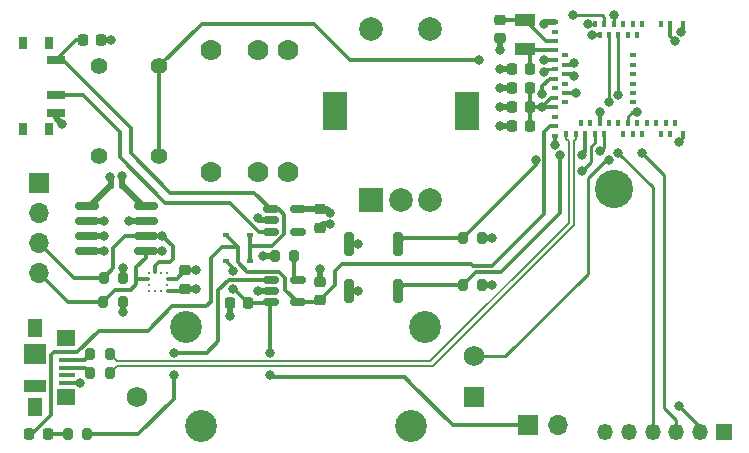
<source format=gbr>
%TF.GenerationSoftware,KiCad,Pcbnew,(6.0.6-0)*%
%TF.CreationDate,2023-05-14T21:26:16-05:00*%
%TF.ProjectId,MHC_MAIN_REV_2,4d48435f-4d41-4494-9e5f-5245565f322e,rev?*%
%TF.SameCoordinates,Original*%
%TF.FileFunction,Copper,L1,Top*%
%TF.FilePolarity,Positive*%
%FSLAX46Y46*%
G04 Gerber Fmt 4.6, Leading zero omitted, Abs format (unit mm)*
G04 Created by KiCad (PCBNEW (6.0.6-0)) date 2023-05-14 21:26:16*
%MOMM*%
%LPD*%
G01*
G04 APERTURE LIST*
G04 Aperture macros list*
%AMRoundRect*
0 Rectangle with rounded corners*
0 $1 Rounding radius*
0 $2 $3 $4 $5 $6 $7 $8 $9 X,Y pos of 4 corners*
0 Add a 4 corners polygon primitive as box body*
4,1,4,$2,$3,$4,$5,$6,$7,$8,$9,$2,$3,0*
0 Add four circle primitives for the rounded corners*
1,1,$1+$1,$2,$3*
1,1,$1+$1,$4,$5*
1,1,$1+$1,$6,$7*
1,1,$1+$1,$8,$9*
0 Add four rect primitives between the rounded corners*
20,1,$1+$1,$2,$3,$4,$5,0*
20,1,$1+$1,$4,$5,$6,$7,0*
20,1,$1+$1,$6,$7,$8,$9,0*
20,1,$1+$1,$8,$9,$2,$3,0*%
G04 Aperture macros list end*
%TA.AperFunction,SMDPad,CuDef*%
%ADD10R,0.275000X0.250000*%
%TD*%
%TA.AperFunction,SMDPad,CuDef*%
%ADD11R,0.250000X0.275000*%
%TD*%
%TA.AperFunction,SMDPad,CuDef*%
%ADD12RoundRect,0.225000X-0.225000X-0.250000X0.225000X-0.250000X0.225000X0.250000X-0.225000X0.250000X0*%
%TD*%
%TA.AperFunction,ComponentPad*%
%ADD13C,1.778000*%
%TD*%
%TA.AperFunction,ComponentPad*%
%ADD14C,3.240000*%
%TD*%
%TA.AperFunction,ComponentPad*%
%ADD15R,1.350000X1.350000*%
%TD*%
%TA.AperFunction,ComponentPad*%
%ADD16O,1.350000X1.350000*%
%TD*%
%TA.AperFunction,SMDPad,CuDef*%
%ADD17R,0.800000X1.000000*%
%TD*%
%TA.AperFunction,SMDPad,CuDef*%
%ADD18R,1.500000X0.700000*%
%TD*%
%TA.AperFunction,ComponentPad*%
%ADD19R,2.000000X2.000000*%
%TD*%
%TA.AperFunction,ComponentPad*%
%ADD20C,2.000000*%
%TD*%
%TA.AperFunction,ComponentPad*%
%ADD21R,2.000000X3.200000*%
%TD*%
%TA.AperFunction,SMDPad,CuDef*%
%ADD22R,0.600000X0.450000*%
%TD*%
%TA.AperFunction,SMDPad,CuDef*%
%ADD23RoundRect,0.150000X-0.825000X-0.150000X0.825000X-0.150000X0.825000X0.150000X-0.825000X0.150000X0*%
%TD*%
%TA.AperFunction,ComponentPad*%
%ADD24C,1.397000*%
%TD*%
%TA.AperFunction,ComponentPad*%
%ADD25R,1.700000X1.700000*%
%TD*%
%TA.AperFunction,ComponentPad*%
%ADD26O,1.700000X1.700000*%
%TD*%
%TA.AperFunction,SMDPad,CuDef*%
%ADD27R,1.800000X1.000000*%
%TD*%
%TA.AperFunction,SMDPad,CuDef*%
%ADD28RoundRect,0.225000X0.225000X0.250000X-0.225000X0.250000X-0.225000X-0.250000X0.225000X-0.250000X0*%
%TD*%
%TA.AperFunction,SMDPad,CuDef*%
%ADD29RoundRect,0.225000X0.250000X-0.225000X0.250000X0.225000X-0.250000X0.225000X-0.250000X-0.225000X0*%
%TD*%
%TA.AperFunction,SMDPad,CuDef*%
%ADD30R,1.300000X1.650000*%
%TD*%
%TA.AperFunction,SMDPad,CuDef*%
%ADD31R,1.900000X1.000000*%
%TD*%
%TA.AperFunction,SMDPad,CuDef*%
%ADD32R,1.550000X1.425000*%
%TD*%
%TA.AperFunction,SMDPad,CuDef*%
%ADD33R,1.900000X1.800000*%
%TD*%
%TA.AperFunction,SMDPad,CuDef*%
%ADD34R,1.380000X0.450000*%
%TD*%
%TA.AperFunction,SMDPad,CuDef*%
%ADD35RoundRect,0.200000X0.200000X0.275000X-0.200000X0.275000X-0.200000X-0.275000X0.200000X-0.275000X0*%
%TD*%
%TA.AperFunction,SMDPad,CuDef*%
%ADD36RoundRect,0.150000X-0.512500X-0.150000X0.512500X-0.150000X0.512500X0.150000X-0.512500X0.150000X0*%
%TD*%
%TA.AperFunction,SMDPad,CuDef*%
%ADD37RoundRect,0.200000X-0.200000X-0.800000X0.200000X-0.800000X0.200000X0.800000X-0.200000X0.800000X0*%
%TD*%
%TA.AperFunction,ComponentPad*%
%ADD38R,1.750000X1.750000*%
%TD*%
%TA.AperFunction,ComponentPad*%
%ADD39C,1.750000*%
%TD*%
%TA.AperFunction,ComponentPad*%
%ADD40C,2.700000*%
%TD*%
%TA.AperFunction,SMDPad,CuDef*%
%ADD41RoundRect,0.225000X-0.250000X0.225000X-0.250000X-0.225000X0.250000X-0.225000X0.250000X0.225000X0*%
%TD*%
%TA.AperFunction,SMDPad,CuDef*%
%ADD42RoundRect,0.140000X0.140000X0.170000X-0.140000X0.170000X-0.140000X-0.170000X0.140000X-0.170000X0*%
%TD*%
%TA.AperFunction,SMDPad,CuDef*%
%ADD43R,0.400000X0.600000*%
%TD*%
%TA.AperFunction,SMDPad,CuDef*%
%ADD44R,0.600000X0.400000*%
%TD*%
%TA.AperFunction,SMDPad,CuDef*%
%ADD45RoundRect,0.218750X0.218750X0.256250X-0.218750X0.256250X-0.218750X-0.256250X0.218750X-0.256250X0*%
%TD*%
%TA.AperFunction,SMDPad,CuDef*%
%ADD46RoundRect,0.200000X-0.200000X-0.275000X0.200000X-0.275000X0.200000X0.275000X-0.200000X0.275000X0*%
%TD*%
%TA.AperFunction,ViaPad*%
%ADD47C,0.800000*%
%TD*%
%TA.AperFunction,Conductor*%
%ADD48C,0.500000*%
%TD*%
%TA.AperFunction,Conductor*%
%ADD49C,0.300000*%
%TD*%
%TA.AperFunction,Conductor*%
%ADD50C,0.250000*%
%TD*%
%TA.AperFunction,Conductor*%
%ADD51C,0.200000*%
%TD*%
G04 APERTURE END LIST*
D10*
%TO.P,U6,1,NC*%
%TO.N,unconnected-(U6-Pad1)*%
X29141700Y-43539600D03*
%TO.P,U6,2,SDA*%
%TO.N,SDA*%
X29141700Y-44039600D03*
%TO.P,U6,3,NC*%
%TO.N,unconnected-(U6-Pad3)*%
X29141700Y-44539600D03*
%TO.P,U6,4,NC*%
%TO.N,unconnected-(U6-Pad4)*%
X29141700Y-45039600D03*
D11*
%TO.P,U6,5,INT*%
%TO.N,unconnected-(U6-Pad5)*%
X29654200Y-45052100D03*
%TO.P,U6,6,NC*%
%TO.N,unconnected-(U6-Pad6)*%
X30154200Y-45052100D03*
D10*
%TO.P,U6,7,VDD*%
%TO.N,+3.3V*%
X30666700Y-45039600D03*
%TO.P,U6,8,NC*%
%TO.N,unconnected-(U6-Pad8)*%
X30666700Y-44539600D03*
%TO.P,U6,9,GND*%
%TO.N,GND*%
X30666700Y-44039600D03*
%TO.P,U6,10,NC*%
%TO.N,unconnected-(U6-Pad10)*%
X30666700Y-43539600D03*
D11*
%TO.P,U6,11,NC*%
%TO.N,unconnected-(U6-Pad11)*%
X30154200Y-43527100D03*
%TO.P,U6,12,SCL*%
%TO.N,SCL*%
X29654200Y-43527100D03*
%TD*%
D12*
%TO.P,C9,1*%
%TO.N,Net-(C9-Pad1)*%
X23537800Y-23833200D03*
%TO.P,C9,2*%
%TO.N,GND*%
X25087800Y-23833200D03*
%TD*%
D13*
%TO.P,S1,1*%
%TO.N,P0.05{slash}AIN3*%
X34420000Y-35007500D03*
%TO.P,S1,2*%
%TO.N,P0.06*%
X38405000Y-35007500D03*
%TO.P,S1,3*%
%TO.N,P0.07*%
X40920000Y-35007500D03*
%TO.P,S1,4*%
%TO.N,GND*%
X40920000Y-24707500D03*
%TO.P,S1,5*%
%TO.N,P0.28{slash}AIN4*%
X38405000Y-24707500D03*
%TO.P,S1,6*%
%TO.N,P0.30{slash}AIN6*%
X34420000Y-24707500D03*
%TD*%
D14*
%TO.P,U4,*%
%TO.N,*%
X68540000Y-36450000D03*
D15*
%TO.P,U4,1,AD1*%
%TO.N,P0.29{slash}AIN5*%
X77790000Y-57050000D03*
D16*
%TO.P,U4,2,GND*%
%TO.N,GND*%
X75790000Y-57050000D03*
%TO.P,U4,3,SW*%
%TO.N,P0.23*%
X73790000Y-57050000D03*
%TO.P,U4,4,AD2*%
%TO.N,P0.03{slash}AIN1*%
X71790000Y-57050000D03*
%TO.P,U4,5,GND*%
%TO.N,GND*%
X69790000Y-57050000D03*
%TO.P,U4,6,VDD*%
%TO.N,+3.3V*%
X67790000Y-57050000D03*
%TD*%
D17*
%TO.P,SW4,*%
%TO.N,*%
X18440000Y-31390000D03*
X18440000Y-24090000D03*
X20650000Y-24090000D03*
X20650000Y-31390000D03*
D18*
%TO.P,SW4,1,A*%
%TO.N,Net-(C9-Pad1)*%
X21300000Y-25490000D03*
%TO.P,SW4,2,B*%
%TO.N,Net-(SW4-Pad2)*%
X21300000Y-28490000D03*
%TO.P,SW4,3,C*%
%TO.N,GND*%
X21300000Y-29990000D03*
%TD*%
D19*
%TO.P,SW3,A,A*%
%TO.N,P0.15*%
X47965000Y-37360000D03*
D20*
%TO.P,SW3,B,B*%
%TO.N,P0.17*%
X52965000Y-37360000D03*
%TO.P,SW3,C,C*%
%TO.N,GND*%
X50465000Y-37360000D03*
D21*
%TO.P,SW3,MP*%
%TO.N,N/C*%
X44865000Y-29860000D03*
X56065000Y-29860000D03*
D20*
%TO.P,SW3,S1,S1*%
%TO.N,P0.31{slash}AIN7*%
X52965000Y-22860000D03*
%TO.P,SW3,S2,S2*%
%TO.N,GND*%
X47965000Y-22860000D03*
%TD*%
D22*
%TO.P,D3,1,K*%
%TO.N,Net-(C9-Pad1)*%
X37730000Y-40360000D03*
%TO.P,D3,2,A*%
%TO.N,VBUS*%
X35630000Y-40360000D03*
%TD*%
D23*
%TO.P,U3,1,A0*%
%TO.N,GND*%
X23915600Y-37871400D03*
%TO.P,U3,2,A1*%
X23915600Y-39141400D03*
%TO.P,U3,3,A2*%
X23915600Y-40411400D03*
%TO.P,U3,4,GND*%
X23915600Y-41681400D03*
%TO.P,U3,5,SDA*%
%TO.N,SDA*%
X28865600Y-41681400D03*
%TO.P,U3,6,SCL*%
%TO.N,SCL*%
X28865600Y-40411400D03*
%TO.P,U3,7,WP*%
%TO.N,GND*%
X28865600Y-39141400D03*
%TO.P,U3,8,VCC*%
%TO.N,+3.3V*%
X28865600Y-37871400D03*
%TD*%
D24*
%TO.P,SW5,1,1*%
%TO.N,GND*%
X24930000Y-33657500D03*
X24930000Y-26037500D03*
%TO.P,SW5,2,2*%
%TO.N,P0.04{slash}AIN2*%
X30010000Y-33657500D03*
X30010000Y-26037500D03*
%TD*%
D25*
%TO.P,J2,1,Pin_1*%
%TO.N,+BATT*%
X61230000Y-56390000D03*
D26*
%TO.P,J2,2,Pin_2*%
%TO.N,GND*%
X63770000Y-56390000D03*
%TD*%
D27*
%TO.P,Y1,1,1*%
%TO.N,Net-(C5-Pad2)*%
X60990000Y-22110000D03*
%TO.P,Y1,2,2*%
%TO.N,Net-(C6-Pad1)*%
X60990000Y-24610000D03*
%TD*%
D28*
%TO.P,C7,1*%
%TO.N,+BATT*%
X37555000Y-46065000D03*
%TO.P,C7,2*%
%TO.N,GND*%
X36005000Y-46065000D03*
%TD*%
D29*
%TO.P,C11,1*%
%TO.N,+3.3V*%
X32203200Y-44869400D03*
%TO.P,C11,2*%
%TO.N,GND*%
X32203200Y-43319400D03*
%TD*%
D30*
%TO.P,J1,*%
%TO.N,*%
X19530000Y-48185000D03*
X19530000Y-54935000D03*
D31*
X19530000Y-53110000D03*
D32*
X22105000Y-54047500D03*
D33*
X19530000Y-50410000D03*
D32*
X22105000Y-49072500D03*
D34*
%TO.P,J1,1,VBUS*%
%TO.N,VBUS*%
X22190000Y-50260000D03*
%TO.P,J1,2,D-*%
%TO.N,Net-(J1-Pad2)*%
X22190000Y-50910000D03*
%TO.P,J1,3,D+*%
%TO.N,Net-(J1-Pad3)*%
X22190000Y-51560000D03*
%TO.P,J1,4,ID*%
%TO.N,unconnected-(J1-Pad4)*%
X22190000Y-52210000D03*
%TO.P,J1,5,GND*%
%TO.N,GND*%
X22190000Y-52860000D03*
%TD*%
D35*
%TO.P,R7,1*%
%TO.N,+3.3V*%
X26939000Y-45987400D03*
%TO.P,R7,2*%
%TO.N,SDA*%
X25289000Y-45987400D03*
%TD*%
D22*
%TO.P,D2,1,K*%
%TO.N,Net-(C9-Pad1)*%
X37730000Y-42510000D03*
%TO.P,D2,2,A*%
%TO.N,+BATT*%
X35630000Y-42510000D03*
%TD*%
D28*
%TO.P,C6,1*%
%TO.N,Net-(C6-Pad1)*%
X61435000Y-26260000D03*
%TO.P,C6,2*%
%TO.N,GND*%
X59885000Y-26260000D03*
%TD*%
D36*
%TO.P,U2,1,STAT*%
%TO.N,Net-(R3-Pad2)*%
X39447500Y-44120000D03*
%TO.P,U2,2,VSS*%
%TO.N,GND*%
X39447500Y-45070000D03*
%TO.P,U2,3,VBAT*%
%TO.N,+BATT*%
X39447500Y-46020000D03*
%TO.P,U2,4,VDD*%
%TO.N,VBUS*%
X41722500Y-46020000D03*
%TO.P,U2,5,PROG*%
%TO.N,Net-(R4-Pad1)*%
X41722500Y-44120000D03*
%TD*%
D37*
%TO.P,SW2,1,1*%
%TO.N,GND*%
X46040000Y-45080000D03*
%TO.P,SW2,2,2*%
%TO.N,P0.13*%
X50240000Y-45080000D03*
%TD*%
D38*
%TO.P,RV1,1,1*%
%TO.N,+3.3V*%
X56660000Y-54077500D03*
D39*
%TO.P,RV1,2,2*%
%TO.N,P0.02{slash}AIN0*%
X56660000Y-50577500D03*
%TO.P,RV1,3,3*%
%TO.N,GND*%
X28160000Y-54077500D03*
D40*
%TO.P,RV1,MP*%
%TO.N,N/C*%
X52510000Y-48127500D03*
X32310000Y-48127500D03*
X51310000Y-56527500D03*
X33510000Y-56527500D03*
%TD*%
D41*
%TO.P,C10,1*%
%TO.N,+3.3V*%
X43610000Y-38150000D03*
%TO.P,C10,2*%
%TO.N,GND*%
X43610000Y-39700000D03*
%TD*%
D35*
%TO.P,R6,1*%
%TO.N,+3.3V*%
X57361400Y-44594400D03*
%TO.P,R6,2*%
%TO.N,P0.13*%
X55711400Y-44594400D03*
%TD*%
D42*
%TO.P,C8,1*%
%TO.N,+3.3V*%
X26860000Y-36110000D03*
%TO.P,C8,2*%
%TO.N,GND*%
X25900000Y-36110000D03*
%TD*%
D35*
%TO.P,R2,1*%
%TO.N,D-*%
X25840000Y-50410000D03*
%TO.P,R2,2*%
%TO.N,Net-(J1-Pad2)*%
X24190000Y-50410000D03*
%TD*%
D43*
%TO.P,U1,1,GND*%
%TO.N,GND*%
X74390000Y-22460000D03*
%TO.P,U1,2,GND*%
X73290000Y-22460000D03*
%TO.P,U1,3,P1.10*%
%TO.N,unconnected-(U1-Pad3)*%
X72490000Y-22460000D03*
%TO.P,U1,4,P1.11*%
%TO.N,unconnected-(U1-Pad4)*%
X70890000Y-22460000D03*
%TO.P,U1,5,P1.12*%
%TO.N,unconnected-(U1-Pad5)*%
X70490000Y-23360000D03*
%TO.P,U1,6,P1.13*%
%TO.N,unconnected-(U1-Pad6)*%
X70090000Y-22460000D03*
%TO.P,U1,7,P1.14*%
%TO.N,unconnected-(U1-Pad7)*%
X69690000Y-23360000D03*
%TO.P,U1,8,P1.15*%
%TO.N,unconnected-(U1-Pad8)*%
X69290000Y-22460000D03*
%TO.P,U1,9,P0.03/AIN1*%
%TO.N,P0.03{slash}AIN1*%
X68890000Y-23360000D03*
%TO.P,U1,10,P0.29/AIN5*%
%TO.N,P0.29{slash}AIN5*%
X68490000Y-22460000D03*
%TO.P,U1,11,P0.02/AIN0*%
%TO.N,P0.02{slash}AIN0*%
X68090000Y-23360000D03*
%TO.P,U1,12,P0.31/AIN7*%
%TO.N,P0.31{slash}AIN7*%
X67690000Y-22460000D03*
%TO.P,U1,13,P0.28/AIN4*%
%TO.N,P0.28{slash}AIN4*%
X67290000Y-23360000D03*
%TO.P,U1,14,P0.30/AIN6*%
%TO.N,P0.30{slash}AIN6*%
X66890000Y-22460000D03*
D44*
%TO.P,U1,15,GND*%
%TO.N,GND*%
X63490000Y-22310000D03*
%TO.P,U1,16,P0.27*%
%TO.N,unconnected-(U1-Pad16)*%
X63490000Y-23110000D03*
%TO.P,U1,17,XL1/P0.00*%
%TO.N,Net-(C5-Pad2)*%
X63490000Y-23910000D03*
%TO.P,U1,18,XL2/P0.01*%
%TO.N,Net-(C6-Pad1)*%
X63490000Y-24710000D03*
%TO.P,U1,19,P0.26*%
%TO.N,unconnected-(U1-Pad19)*%
X64390000Y-25110000D03*
%TO.P,U1,20,P0.04/AIN2*%
%TO.N,P0.04{slash}AIN2*%
X63490000Y-25510000D03*
%TO.P,U1,21,P0.05/AIN3*%
%TO.N,P0.05{slash}AIN3*%
X64390000Y-25910000D03*
%TO.P,U1,22,P0.06*%
%TO.N,P0.06*%
X63490000Y-26310000D03*
%TO.P,U1,23,TRACECLK/P0.07*%
%TO.N,P0.07*%
X64390000Y-26710000D03*
%TO.P,U1,24,P0.08*%
%TO.N,SDA*%
X63490000Y-27110000D03*
%TO.P,U1,25,P1.08*%
%TO.N,unconnected-(U1-Pad25)*%
X64390000Y-27510000D03*
%TO.P,U1,26,TRACEDATA3/P1.09*%
%TO.N,unconnected-(U1-Pad26)*%
X63490000Y-27910000D03*
%TO.P,U1,27,TRACEDATA2/P0.11*%
%TO.N,SCL*%
X64390000Y-28310000D03*
%TO.P,U1,28,VDD*%
%TO.N,+3.3V*%
X63490000Y-28710000D03*
%TO.P,U1,29,TRACEDATA1/P0.12*%
%TO.N,unconnected-(U1-Pad29)*%
X64390000Y-29110000D03*
%TO.P,U1,30,VDDH*%
%TO.N,+3.3V*%
X63490000Y-29510000D03*
%TO.P,U1,31,DCCH*%
%TO.N,unconnected-(U1-Pad31)*%
X63490000Y-30310000D03*
%TO.P,U1,32,VBUS*%
%TO.N,VBUS*%
X63490000Y-31110000D03*
%TO.P,U1,33,GND*%
%TO.N,GND*%
X63490000Y-31910000D03*
D43*
%TO.P,U1,34,D-*%
%TO.N,D-*%
X64490000Y-31760000D03*
%TO.P,U1,35,D+*%
%TO.N,D+*%
X65290000Y-31760000D03*
%TO.P,U1,36,P0.14*%
%TO.N,unconnected-(U1-Pad36)*%
X65690000Y-30860000D03*
%TO.P,U1,37,P0.13*%
%TO.N,P0.13*%
X66090000Y-31760000D03*
%TO.P,U1,38,P0.16*%
%TO.N,unconnected-(U1-Pad38)*%
X66490000Y-30860000D03*
%TO.P,U1,39,P0.15*%
%TO.N,P0.15*%
X66890000Y-31760000D03*
%TO.P,U1,40,~{RESET}/P0.18*%
%TO.N,RESET*%
X67290000Y-30860000D03*
%TO.P,U1,41,P0.17*%
%TO.N,P0.17*%
X67690000Y-31760000D03*
%TO.P,U1,42,P0.19*%
%TO.N,P0.19*%
X68090000Y-30860000D03*
%TO.P,U1,43,P0.21*%
%TO.N,P0.21*%
X68890000Y-30860000D03*
%TO.P,U1,44,P0.20*%
%TO.N,P0.20*%
X69290000Y-31760000D03*
%TO.P,U1,45,P0.23*%
%TO.N,P0.23*%
X69690000Y-30860000D03*
%TO.P,U1,46,P0.22*%
%TO.N,P0.22*%
X70090000Y-31760000D03*
%TO.P,U1,47,TRACEDATA0/P1.00*%
%TO.N,unconnected-(U1-Pad47)*%
X70490000Y-30860000D03*
%TO.P,U1,48,P0.24*%
%TO.N,unconnected-(U1-Pad48)*%
X70890000Y-31760000D03*
%TO.P,U1,49,P0.25*%
%TO.N,unconnected-(U1-Pad49)*%
X71290000Y-30860000D03*
%TO.P,U1,50,P1.02*%
%TO.N,unconnected-(U1-Pad50)*%
X72090000Y-30860000D03*
%TO.P,U1,51,SWDIO*%
%TO.N,SWDIO*%
X72490000Y-31760000D03*
%TO.P,U1,52,P0.09/NFC1*%
%TO.N,unconnected-(U1-Pad52)*%
X72890000Y-30860000D03*
%TO.P,U1,53,SWDCLK*%
%TO.N,SWCLK*%
X73290000Y-31760000D03*
%TO.P,U1,54,P0.10/NFC2*%
%TO.N,unconnected-(U1-Pad54)*%
X73690000Y-30860000D03*
%TO.P,U1,55,GND*%
%TO.N,GND*%
X74390000Y-31760000D03*
D44*
%TO.P,U1,56,P1.04*%
%TO.N,unconnected-(U1-Pad56)*%
X70090000Y-25110000D03*
%TO.P,U1,57,P1.06*%
%TO.N,unconnected-(U1-Pad57)*%
X70090000Y-25910000D03*
%TO.P,U1,58,P1.07*%
%TO.N,unconnected-(U1-Pad58)*%
X70090000Y-26710000D03*
%TO.P,U1,59,P1.05*%
%TO.N,unconnected-(U1-Pad59)*%
X70090000Y-27510000D03*
%TO.P,U1,60,P1.03*%
%TO.N,unconnected-(U1-Pad60)*%
X70090000Y-28310000D03*
%TO.P,U1,61,P1.01*%
%TO.N,unconnected-(U1-Pad61)*%
X70090000Y-29110000D03*
%TD*%
D28*
%TO.P,C2,1*%
%TO.N,+3.3V*%
X61430000Y-31100000D03*
%TO.P,C2,2*%
%TO.N,GND*%
X59880000Y-31100000D03*
%TD*%
D29*
%TO.P,C4,1*%
%TO.N,VBUS*%
X43615000Y-45855000D03*
%TO.P,C4,2*%
%TO.N,GND*%
X43615000Y-44305000D03*
%TD*%
D45*
%TO.P,D1,1,K*%
%TO.N,Net-(D1-Pad1)*%
X20567500Y-57220000D03*
%TO.P,D1,2,A*%
%TO.N,VBUS*%
X18992500Y-57220000D03*
%TD*%
D35*
%TO.P,R1,1*%
%TO.N,D+*%
X25835000Y-52060000D03*
%TO.P,R1,2*%
%TO.N,Net-(J1-Pad3)*%
X24185000Y-52060000D03*
%TD*%
%TO.P,R4,1*%
%TO.N,Net-(R4-Pad1)*%
X41420000Y-42140000D03*
%TO.P,R4,2*%
%TO.N,GND*%
X39770000Y-42140000D03*
%TD*%
D28*
%TO.P,C3,1*%
%TO.N,+3.3V*%
X61430000Y-29500000D03*
%TO.P,C3,2*%
%TO.N,GND*%
X59880000Y-29500000D03*
%TD*%
D36*
%TO.P,U5,1,VIN*%
%TO.N,Net-(C9-Pad1)*%
X39442500Y-38150000D03*
%TO.P,U5,2,GND*%
%TO.N,GND*%
X39442500Y-39100000D03*
%TO.P,U5,3,EN*%
%TO.N,Net-(SW4-Pad2)*%
X39442500Y-40050000D03*
%TO.P,U5,4,NC*%
%TO.N,unconnected-(U5-Pad4)*%
X41717500Y-40050000D03*
%TO.P,U5,5,VOUT*%
%TO.N,+3.3V*%
X41717500Y-38150000D03*
%TD*%
D29*
%TO.P,C5,1*%
%TO.N,GND*%
X58860000Y-23660000D03*
%TO.P,C5,2*%
%TO.N,Net-(C5-Pad2)*%
X58860000Y-22110000D03*
%TD*%
D28*
%TO.P,C1,1*%
%TO.N,+3.3V*%
X61435000Y-27900000D03*
%TO.P,C1,2*%
%TO.N,GND*%
X59885000Y-27900000D03*
%TD*%
D25*
%TO.P,J3,1,Pin_1*%
%TO.N,GND*%
X19850000Y-35960000D03*
D26*
%TO.P,J3,2,Pin_2*%
%TO.N,+3.3V*%
X19850000Y-38500000D03*
%TO.P,J3,3,Pin_3*%
%TO.N,SCL*%
X19850000Y-41040000D03*
%TO.P,J3,4,Pin_4*%
%TO.N,SDA*%
X19850000Y-43580000D03*
%TD*%
D37*
%TO.P,SW1,1,1*%
%TO.N,GND*%
X46040000Y-41100000D03*
%TO.P,SW1,2,2*%
%TO.N,RESET*%
X50240000Y-41100000D03*
%TD*%
D35*
%TO.P,R5,1*%
%TO.N,+3.3V*%
X57353200Y-40563800D03*
%TO.P,R5,2*%
%TO.N,RESET*%
X55703200Y-40563800D03*
%TD*%
D46*
%TO.P,R3,1*%
%TO.N,Net-(D1-Pad1)*%
X22250000Y-57220000D03*
%TO.P,R3,2*%
%TO.N,Net-(R3-Pad2)*%
X23900000Y-57220000D03*
%TD*%
D35*
%TO.P,R8,1*%
%TO.N,+3.3V*%
X26942800Y-43988800D03*
%TO.P,R8,2*%
%TO.N,SCL*%
X25292800Y-43988800D03*
%TD*%
D47*
%TO.N,GND*%
X25958800Y-23825200D03*
X23298491Y-52864263D03*
X73990200Y-54813200D03*
X21780000Y-30940000D03*
X46860000Y-45090000D03*
X58830000Y-31100000D03*
X25307800Y-40436800D03*
X74040000Y-32450000D03*
X38785800Y-42138600D03*
X73674500Y-23880000D03*
X58830000Y-27900000D03*
X36010000Y-47150000D03*
X44480983Y-39439443D03*
X25307800Y-39166800D03*
X43610000Y-43250000D03*
X58850000Y-24710000D03*
X58820000Y-26259500D03*
X33096200Y-43307000D03*
X74178749Y-23175205D03*
X46860000Y-41120000D03*
X58820000Y-29500000D03*
X38354541Y-38904214D03*
X63490000Y-32720000D03*
X38354000Y-45059600D03*
X62590000Y-22464500D03*
X25860734Y-35391723D03*
X25307800Y-41681400D03*
X27466800Y-39141400D03*
%TO.N,P0.03{slash}AIN1*%
X68888356Y-28438641D03*
X68889602Y-33410298D03*
%TO.N,P0.29{slash}AIN5*%
X68490000Y-21740000D03*
%TO.N,P0.02{slash}AIN0*%
X68090000Y-29040000D03*
X68090000Y-34010000D03*
%TO.N,P0.31{slash}AIN7*%
X65030000Y-21740000D03*
%TO.N,P0.28{slash}AIN4*%
X66686710Y-23377512D03*
%TO.N,P0.30{slash}AIN6*%
X66280000Y-22464500D03*
%TO.N,P0.04{slash}AIN2*%
X57124600Y-25501600D03*
X62590000Y-25510000D03*
%TO.N,P0.05{slash}AIN3*%
X65113912Y-25733912D03*
%TO.N,P0.06*%
X62601230Y-26509439D03*
%TO.N,P0.07*%
X65119112Y-26891354D03*
%TO.N,+3.3V*%
X58191400Y-44577000D03*
X58166000Y-40563800D03*
X44470000Y-38440000D03*
X33096200Y-44881800D03*
X26860000Y-35370000D03*
X62455000Y-29455000D03*
X26949400Y-43103800D03*
X26949400Y-46888400D03*
%TO.N,P0.13*%
X63965500Y-33599149D03*
X65814500Y-33600000D03*
%TO.N,P0.15*%
X65820000Y-34930000D03*
%TO.N,RESET*%
X61870500Y-33948931D03*
X67290000Y-29950000D03*
%TO.N,P0.17*%
X67365500Y-33262332D03*
%TO.N,P0.23*%
X70490000Y-29960498D03*
X70910000Y-33410000D03*
%TO.N,Net-(R3-Pad2)*%
X31220000Y-50307999D03*
X31220000Y-52157001D03*
%TO.N,+BATT*%
X39420800Y-50307999D03*
X36280000Y-43370500D03*
X36294977Y-44869500D03*
X39420800Y-52157001D03*
%TO.N,SDA*%
X62445023Y-28405023D03*
X30260800Y-41681400D03*
%TO.N,SCL*%
X65300000Y-28310000D03*
X30260800Y-40411400D03*
%TD*%
D48*
%TO.N,GND*%
X25950800Y-23833200D02*
X25958800Y-23825200D01*
X25087800Y-23833200D02*
X25950800Y-23833200D01*
D49*
%TO.N,Net-(C9-Pad1)*%
X23537800Y-23833200D02*
X22956800Y-23833200D01*
X22956800Y-23833200D02*
X21300000Y-25490000D01*
%TO.N,GND*%
X23294228Y-52860000D02*
X23298491Y-52864263D01*
X22190000Y-52860000D02*
X23294228Y-52860000D01*
%TO.N,VBUS*%
X22190000Y-50260000D02*
X21100000Y-50260000D01*
X21100000Y-50260000D02*
X20840000Y-50520000D01*
X20840000Y-50520000D02*
X20840000Y-55614000D01*
X20840000Y-55614000D02*
X19234000Y-57220000D01*
X19234000Y-57220000D02*
X18992500Y-57220000D01*
%TO.N,Net-(J1-Pad3)*%
X23685000Y-51560000D02*
X22190000Y-51560000D01*
%TO.N,Net-(J1-Pad2)*%
X23690000Y-50910000D02*
X22190000Y-50910000D01*
%TO.N,VBUS*%
X23080000Y-50260000D02*
X22190000Y-50260000D01*
X43615000Y-45855000D02*
X44881800Y-44588200D01*
X44881800Y-44588200D02*
X44881800Y-43408600D01*
X45491400Y-42799000D02*
X56428093Y-42799000D01*
X44881800Y-43408600D02*
X45491400Y-42799000D01*
X58208800Y-42984800D02*
X62620000Y-38573600D01*
X56428093Y-42799000D02*
X56613893Y-42984800D01*
X56613893Y-42984800D02*
X58208800Y-42984800D01*
X63120000Y-31110000D02*
X63490000Y-31110000D01*
X62620000Y-38573600D02*
X62620000Y-31610000D01*
X62620000Y-31610000D02*
X63120000Y-31110000D01*
D48*
%TO.N,GND*%
X39770000Y-42140000D02*
X38787200Y-42140000D01*
X38787200Y-42140000D02*
X38785800Y-42138600D01*
D49*
X75790000Y-56613000D02*
X73990200Y-54813200D01*
X75790000Y-57050000D02*
X75790000Y-56613000D01*
D50*
%TO.N,P0.23*%
X70910000Y-33410000D02*
X72745600Y-35245600D01*
X72745600Y-35245600D02*
X72745600Y-54940200D01*
X73790000Y-55984600D02*
X73790000Y-57050000D01*
X72745600Y-54940200D02*
X73790000Y-55984600D01*
D48*
%TO.N,GND*%
X21300000Y-30460000D02*
X21780000Y-30940000D01*
X63490000Y-22310000D02*
X62744500Y-22310000D01*
X59885000Y-27900000D02*
X58830000Y-27900000D01*
X58820500Y-26260000D02*
X58820000Y-26259500D01*
X23915600Y-41681400D02*
X25307800Y-41681400D01*
X46850000Y-45080000D02*
X46860000Y-45090000D01*
X59880000Y-31100000D02*
X58830000Y-31100000D01*
X38550327Y-39100000D02*
X38354541Y-38904214D01*
X46840000Y-41100000D02*
X46860000Y-41120000D01*
X39442500Y-39100000D02*
X38550327Y-39100000D01*
X23915600Y-37871400D02*
X24138600Y-37871400D01*
X43615000Y-44305000D02*
X43615000Y-43255000D01*
X25900000Y-35430989D02*
X25860734Y-35391723D01*
X21300000Y-29990000D02*
X21300000Y-30460000D01*
X23915600Y-40411400D02*
X25282400Y-40411400D01*
D49*
X33083800Y-43319400D02*
X33096200Y-43307000D01*
D48*
X59885000Y-26260000D02*
X58820500Y-26260000D01*
X36005000Y-46065000D02*
X36005000Y-47145000D01*
X58860000Y-23660000D02*
X58860000Y-24700000D01*
X62744500Y-22310000D02*
X62590000Y-22464500D01*
D49*
X32203200Y-43319400D02*
X33083800Y-43319400D01*
X63490000Y-31910000D02*
X63490000Y-32720000D01*
D48*
X46040000Y-41100000D02*
X46840000Y-41100000D01*
X43615000Y-43255000D02*
X43610000Y-43250000D01*
X36005000Y-47145000D02*
X36010000Y-47150000D01*
X59880000Y-29500000D02*
X58820000Y-29500000D01*
X43870557Y-39439443D02*
X43610000Y-39700000D01*
X46040000Y-45080000D02*
X46850000Y-45080000D01*
X28865600Y-39141400D02*
X27466800Y-39141400D01*
X25282400Y-40411400D02*
X25307800Y-40436800D01*
D49*
X74390000Y-22460000D02*
X74390000Y-22963954D01*
D48*
X25282400Y-39141400D02*
X25307800Y-39166800D01*
X25900000Y-36110000D02*
X25900000Y-35430989D01*
X58860000Y-24700000D02*
X58850000Y-24710000D01*
X38364400Y-45070000D02*
X38354000Y-45059600D01*
D49*
X73290000Y-23495500D02*
X73674500Y-23880000D01*
X74390000Y-32100000D02*
X74040000Y-32450000D01*
X74390000Y-31760000D02*
X74390000Y-32100000D01*
D48*
X44480983Y-39439443D02*
X43870557Y-39439443D01*
X23915600Y-39141400D02*
X25282400Y-39141400D01*
D49*
X74390000Y-22963954D02*
X74178749Y-23175205D01*
X31483000Y-44039600D02*
X32203200Y-43319400D01*
X73290000Y-22460000D02*
X73290000Y-23495500D01*
X30719200Y-44039600D02*
X31483000Y-44039600D01*
D48*
X39447500Y-45070000D02*
X38364400Y-45070000D01*
X24138600Y-37871400D02*
X25900000Y-36110000D01*
D50*
%TO.N,P0.03{slash}AIN1*%
X68890000Y-28436997D02*
X68888356Y-28438641D01*
X68889602Y-33410298D02*
X71790000Y-36310696D01*
X71790000Y-36310696D02*
X71790000Y-57050000D01*
X68890000Y-23360000D02*
X68890000Y-28436997D01*
%TO.N,P0.29{slash}AIN5*%
X68490000Y-22460000D02*
X68490000Y-21740000D01*
%TO.N,P0.02{slash}AIN0*%
X68090000Y-34010000D02*
X67810000Y-34010000D01*
X67810000Y-34010000D02*
X66280000Y-35540000D01*
X66280000Y-43620000D02*
X59322500Y-50577500D01*
X59322500Y-50577500D02*
X56660000Y-50577500D01*
X68090000Y-23360000D02*
X68090000Y-29040000D01*
X66280000Y-35540000D02*
X66280000Y-43620000D01*
%TO.N,P0.31{slash}AIN7*%
X65030000Y-21740000D02*
X67520000Y-21740000D01*
X67690000Y-21910000D02*
X67690000Y-22460000D01*
X67520000Y-21740000D02*
X67690000Y-21910000D01*
D49*
%TO.N,P0.28{slash}AIN4*%
X67290000Y-23360000D02*
X66704222Y-23360000D01*
X66704222Y-23360000D02*
X66686710Y-23377512D01*
D50*
%TO.N,P0.30{slash}AIN6*%
X66284500Y-22460000D02*
X66280000Y-22464500D01*
X66890000Y-22460000D02*
X66284500Y-22460000D01*
D49*
%TO.N,P0.04{slash}AIN2*%
X43103800Y-22428200D02*
X33619300Y-22428200D01*
X33619300Y-22428200D02*
X30010000Y-26037500D01*
X46177200Y-25501600D02*
X43103800Y-22428200D01*
X63490000Y-25510000D02*
X62590000Y-25510000D01*
X57124600Y-25501600D02*
X46177200Y-25501600D01*
X30010000Y-26037500D02*
X30010000Y-33657500D01*
%TO.N,P0.05{slash}AIN3*%
X64937824Y-25910000D02*
X64390000Y-25910000D01*
X65113912Y-25733912D02*
X64937824Y-25910000D01*
D50*
%TO.N,P0.06*%
X63490000Y-26310000D02*
X62800669Y-26310000D01*
X62800669Y-26310000D02*
X62601230Y-26509439D01*
D49*
%TO.N,P0.07*%
X64390000Y-26710000D02*
X64937758Y-26710000D01*
X64937758Y-26710000D02*
X65119112Y-26891354D01*
D48*
%TO.N,+3.3V*%
X57353200Y-40563800D02*
X58166000Y-40563800D01*
X58174000Y-44594400D02*
X58191400Y-44577000D01*
D49*
X61430000Y-29500000D02*
X61430000Y-27905000D01*
D48*
X26942800Y-43988800D02*
X26942800Y-43110400D01*
X44470000Y-38440000D02*
X44180000Y-38150000D01*
X28621400Y-37871400D02*
X26860000Y-36110000D01*
X26939000Y-45987400D02*
X26939000Y-46878000D01*
D49*
X63200000Y-28710000D02*
X62455000Y-29455000D01*
X62455000Y-29455000D02*
X62400000Y-29510000D01*
X33083800Y-44869400D02*
X33096200Y-44881800D01*
D48*
X57361400Y-44594400D02*
X58174000Y-44594400D01*
D49*
X32033000Y-45039600D02*
X32203200Y-44869400D01*
D48*
X41717500Y-38150000D02*
X43610000Y-38150000D01*
X26860000Y-36110000D02*
X26860000Y-35370000D01*
D49*
X63490000Y-28710000D02*
X63200000Y-28710000D01*
D48*
X26939000Y-46878000D02*
X26949400Y-46888400D01*
D49*
X61440000Y-29510000D02*
X61430000Y-29500000D01*
D48*
X44180000Y-38150000D02*
X43610000Y-38150000D01*
D49*
X61430000Y-29500000D02*
X61430000Y-31100000D01*
X30719200Y-45039600D02*
X32033000Y-45039600D01*
X62400000Y-29510000D02*
X61440000Y-29510000D01*
D48*
X26942800Y-43110400D02*
X26949400Y-43103800D01*
X28865600Y-37871400D02*
X28621400Y-37871400D01*
X32203200Y-44869400D02*
X33083800Y-44869400D01*
D49*
X63490000Y-29510000D02*
X62400000Y-29510000D01*
X61430000Y-27905000D02*
X61435000Y-27900000D01*
%TO.N,VBUS*%
X34417000Y-45974000D02*
X34010600Y-46380400D01*
X36650000Y-42655000D02*
X37465000Y-43470000D01*
X40700000Y-44997500D02*
X41722500Y-46020000D01*
X40700000Y-44002893D02*
X40700000Y-44997500D01*
X35353400Y-41380000D02*
X34417000Y-42316400D01*
X36650000Y-41380000D02*
X36650000Y-42655000D01*
X36650000Y-41380000D02*
X35353400Y-41380000D01*
X43450000Y-46020000D02*
X43615000Y-45855000D01*
X24915000Y-48425000D02*
X23080000Y-50260000D01*
X34417000Y-42316400D02*
X34417000Y-45974000D01*
X35630000Y-40360000D02*
X36650000Y-41380000D01*
X37465000Y-43470000D02*
X40167107Y-43470000D01*
X40167107Y-43470000D02*
X40700000Y-44002893D01*
X41722500Y-46020000D02*
X43450000Y-46020000D01*
X29045000Y-48425000D02*
X24915000Y-48425000D01*
X31089600Y-46380400D02*
X29045000Y-48425000D01*
X34010600Y-46380400D02*
X31089600Y-46380400D01*
%TO.N,Net-(J1-Pad2)*%
X24190000Y-50410000D02*
X23690000Y-50910000D01*
%TO.N,Net-(J1-Pad3)*%
X23685000Y-51560000D02*
X24185000Y-52060000D01*
%TO.N,P0.13*%
X58928000Y-43484800D02*
X56821000Y-43484800D01*
X63965500Y-33599149D02*
X63965500Y-38447300D01*
X63965500Y-38447300D02*
X58928000Y-43484800D01*
X50725600Y-44594400D02*
X50240000Y-45080000D01*
X55711400Y-44594400D02*
X50725600Y-44594400D01*
X56821000Y-43484800D02*
X55711400Y-44594400D01*
X65814500Y-33600000D02*
X66090000Y-33324500D01*
X66090000Y-33324500D02*
X66090000Y-31760000D01*
D50*
%TO.N,P0.15*%
X66600000Y-34150000D02*
X65820000Y-34930000D01*
X66890000Y-31760000D02*
X66890000Y-32550000D01*
X66600000Y-32840000D02*
X66600000Y-34150000D01*
X66890000Y-32550000D02*
X66600000Y-32840000D01*
D49*
%TO.N,RESET*%
X55703200Y-40563800D02*
X54237000Y-40563800D01*
X54229000Y-40571800D02*
X50768200Y-40571800D01*
X61870500Y-34396500D02*
X55703200Y-40563800D01*
X67290000Y-29950000D02*
X67290000Y-30860000D01*
X54237000Y-40563800D02*
X54229000Y-40571800D01*
X50768200Y-40571800D02*
X50240000Y-41100000D01*
X61870500Y-33948931D02*
X61870500Y-34396500D01*
D50*
%TO.N,P0.17*%
X67690000Y-31760000D02*
X67690000Y-32937832D01*
X67690000Y-32937832D02*
X67365500Y-33262332D01*
%TO.N,P0.23*%
X69690000Y-30860000D02*
X69690000Y-30310000D01*
X69690000Y-30310000D02*
X70039502Y-29960498D01*
X70039502Y-29960498D02*
X70490000Y-29960498D01*
D49*
%TO.N,Net-(R3-Pad2)*%
X34032001Y-50307999D02*
X31220000Y-50307999D01*
X39447500Y-44120000D02*
X35880000Y-44120000D01*
X31220000Y-54250000D02*
X28250000Y-57220000D01*
X35880000Y-44120000D02*
X35000000Y-45000000D01*
X35000000Y-45000000D02*
X35000000Y-49340000D01*
X35000000Y-49340000D02*
X34032001Y-50307999D01*
X28250000Y-57220000D02*
X23900000Y-57220000D01*
X31220000Y-52157001D02*
X31220000Y-54250000D01*
%TO.N,+BATT*%
X61230000Y-56390000D02*
X54840600Y-56390000D01*
X37555000Y-46065000D02*
X39402500Y-46065000D01*
X39395400Y-52349400D02*
X39395400Y-52182401D01*
X36359500Y-44869500D02*
X37555000Y-46065000D01*
X39420800Y-46046700D02*
X39447500Y-46020000D01*
X36280000Y-43160000D02*
X35630000Y-42510000D01*
X36280000Y-43370500D02*
X36280000Y-43160000D01*
X39420800Y-50307999D02*
X39420800Y-46046700D01*
X39402500Y-46065000D02*
X39447500Y-46020000D01*
X51282600Y-52832000D02*
X50800000Y-52349400D01*
X36294977Y-44869500D02*
X36359500Y-44869500D01*
X50800000Y-52349400D02*
X39395400Y-52349400D01*
X39395400Y-52182401D02*
X39420800Y-52157001D01*
X54840600Y-56390000D02*
X51282600Y-52832000D01*
%TO.N,Net-(R4-Pad1)*%
X41420000Y-43817500D02*
X41722500Y-44120000D01*
X41420000Y-42140000D02*
X41420000Y-43817500D01*
%TO.N,Net-(C5-Pad2)*%
X60990000Y-22110000D02*
X58860000Y-22110000D01*
X63490000Y-23910000D02*
X62790000Y-23910000D01*
X62790000Y-23910000D02*
X60990000Y-22110000D01*
%TO.N,Net-(C9-Pad1)*%
X27584400Y-33426400D02*
X27584400Y-31242000D01*
X40131200Y-38150000D02*
X40589200Y-38608000D01*
X39442500Y-38150000D02*
X40131200Y-38150000D01*
X39584200Y-41289400D02*
X37730000Y-41289400D01*
X37730000Y-41289400D02*
X37730000Y-42510000D01*
X21832400Y-25490000D02*
X21300000Y-25490000D01*
X40589200Y-38608000D02*
X40589200Y-40284400D01*
X38071700Y-36779200D02*
X30937200Y-36779200D01*
X39442500Y-38150000D02*
X38071700Y-36779200D01*
X40589200Y-40284400D02*
X39584200Y-41289400D01*
X27584400Y-31242000D02*
X21832400Y-25490000D01*
X30937200Y-36779200D02*
X27584400Y-33426400D01*
X37730000Y-40360000D02*
X37730000Y-41289400D01*
%TO.N,Net-(C6-Pad1)*%
X61435000Y-26260000D02*
X61435000Y-25055000D01*
X61435000Y-25055000D02*
X60990000Y-24610000D01*
X63490000Y-24710000D02*
X61090000Y-24710000D01*
X61090000Y-24710000D02*
X60990000Y-24610000D01*
%TO.N,Net-(D1-Pad1)*%
X20567500Y-57220000D02*
X22250000Y-57220000D01*
D51*
%TO.N,D-*%
X25840000Y-50410000D02*
X26437499Y-51007499D01*
X52974301Y-51007499D02*
X64665000Y-39316800D01*
X26437499Y-51007499D02*
X52974301Y-51007499D01*
X64665000Y-39316800D02*
X64665000Y-32385001D01*
X64665000Y-32385001D02*
X64490000Y-32210001D01*
X64490000Y-32210001D02*
X64490000Y-31760000D01*
%TO.N,D+*%
X65115000Y-32385001D02*
X65290000Y-32210001D01*
X53160699Y-51457501D02*
X65115000Y-39503200D01*
X65115000Y-39503200D02*
X65115000Y-32385001D01*
X25835000Y-52060000D02*
X26437499Y-51457501D01*
X26437499Y-51457501D02*
X53160699Y-51457501D01*
X65290000Y-32210001D02*
X65290000Y-31760000D01*
D49*
%TO.N,Net-(SW4-Pad2)*%
X26695400Y-31597600D02*
X23587800Y-28490000D01*
X23587800Y-28490000D02*
X21300000Y-28490000D01*
X30530800Y-37592000D02*
X26695400Y-33756600D01*
X38449800Y-40050000D02*
X38054014Y-39654214D01*
X38043880Y-39654214D02*
X35981666Y-37592000D01*
X38054014Y-39654214D02*
X38043880Y-39654214D01*
X39442500Y-40050000D02*
X38449800Y-40050000D01*
X35981666Y-37592000D02*
X30530800Y-37592000D01*
X26695400Y-33756600D02*
X26695400Y-31597600D01*
%TO.N,SDA*%
X63090000Y-27110000D02*
X63490000Y-27110000D01*
X62445023Y-27754977D02*
X63090000Y-27110000D01*
X22257400Y-45987400D02*
X19850000Y-43580000D01*
X28083000Y-44500800D02*
X28083000Y-43062400D01*
X28865600Y-42279800D02*
X28865600Y-41681400D01*
X62445023Y-28405023D02*
X62445023Y-27754977D01*
X28083000Y-43062400D02*
X28865600Y-42279800D01*
X26271600Y-45004800D02*
X27579000Y-45004800D01*
X29089200Y-44039600D02*
X28104400Y-44039600D01*
X30260800Y-41681400D02*
X28865600Y-41681400D01*
X25289000Y-45987400D02*
X26271600Y-45004800D01*
X25289000Y-45987400D02*
X22257400Y-45987400D01*
X27579000Y-45004800D02*
X28083000Y-44500800D01*
%TO.N,SCL*%
X22798800Y-43988800D02*
X19850000Y-41040000D01*
X29654200Y-42929600D02*
X29654200Y-43474600D01*
X26111200Y-41402000D02*
X26111200Y-43170400D01*
X30928400Y-42630000D02*
X29953800Y-42630000D01*
X64390000Y-28310000D02*
X65300000Y-28310000D01*
X30260800Y-40411400D02*
X31154200Y-41304800D01*
X28865600Y-40411400D02*
X27101800Y-40411400D01*
X31154200Y-42404200D02*
X30928400Y-42630000D01*
X27101800Y-40411400D02*
X26111200Y-41402000D01*
X25292800Y-43988800D02*
X22798800Y-43988800D01*
X29953800Y-42630000D02*
X29654200Y-42929600D01*
X31154200Y-41304800D02*
X31154200Y-42404200D01*
X26111200Y-43170400D02*
X25292800Y-43988800D01*
X30260800Y-40411400D02*
X28865600Y-40411400D01*
%TD*%
M02*

</source>
